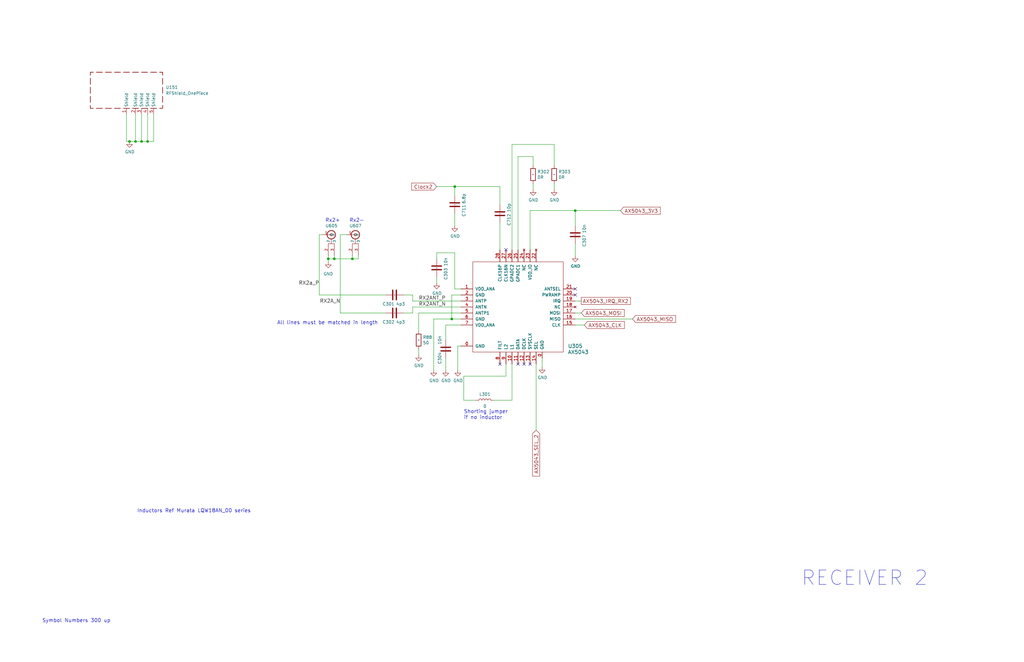
<source format=kicad_sch>
(kicad_sch (version 20230121) (generator eeschema)
  (paper "USLedger")
  (title_block (title "Radiation Tolerant PacSat Communication") (date "2023-06-17") (rev "A") (company "AMSAT-NA") (comment 1 "N5BRG"))
  (lib_symbols
    (symbol "Device:C" (pin_numbers hide) (pin_names (offset 0.254))
      (property "Reference" "C" (at 0.635 2.54 0))
      (property "Value" "C" (at 0.635 -2.54 0))
      (symbol "C_0_1"
        (polyline (pts (xy -2.032 -0.762) (xy 2.032 -0.762)) (stroke (width 0.508)))
        (polyline (pts (xy -2.032 0.762) (xy 2.032 0.762)) (stroke (width 0.508)))
      )
      (symbol "C_1_1"
        (pin passive line (at 0 3.81 270) (length 2.794) (name "~") (number "1"))
        (pin passive line (at 0 -3.81 90) (length 2.794) (name "~") (number "2"))
      )
    )
    (symbol "Device:L" (pin_numbers hide) (pin_names (offset 1.016) hide)
      (property "Reference" "L" (at -1.27 0 90))
      (property "Value" "L" (at 1.905 0 90))
      (symbol "L_0_1"
        (arc (start 0 -2.54) (mid 0.6323 -1.905) (end 0 -1.27))
        (arc (start 0 -1.27) (mid 0.6323 -0.635) (end 0 0))
        (arc (start 0 0) (mid 0.6323 0.635) (end 0 1.27))
        (arc (start 0 1.27) (mid 0.6323 1.905) (end 0 2.54))
      )
      (symbol "L_1_1"
        (pin passive line (at 0 3.81 270) (length 1.27) (name "1") (number "1"))
        (pin passive line (at 0 -3.81 90) (length 1.27) (name "2") (number "2"))
      )
    )
    (symbol "Device:R" (pin_numbers hide) (pin_names (offset 0))
      (property "Reference" "R" (at 2.032 0 90))
      (property "Value" "R" (at 0 0 90))
      (symbol "R_0_1"
        (rectangle (start -1.016 -2.54) (end 1.016 2.54) (stroke (width 0.254)))
      )
      (symbol "R_1_1"
        (pin passive line (at 0 3.81 270) (length 1.27) (name "~") (number "1"))
        (pin passive line (at 0 -3.81 90) (length 1.27) (name "~") (number "2"))
      )
    )
    (symbol "PACSAT_DEV_misc:AX5043" (pin_names (offset 1.016))
      (property "Reference" "U156" (at 16.51 -21.59 0))
      (property "Value" "AX5043" (at -5.08 0 0))
      (symbol "AX5043_0_1"
        (rectangle (start -19.05 19.05) (end 19.05 -19.05))
      )
      (symbol "AX5043_1_1"
        (pin passive line (at -24.13 -16.51 0) (length 5.08) (name "GND") (number "0"))
        (pin power_in line (at 10.16 -21.59 90) (length 2.54) (name "GND") (number "0"))
        (pin passive line (at -24.13 7.62 0) (length 5.08) (name "VDD_ANA") (number "1"))
        (pin passive line (at -2.54 -24.13 90) (length 5.08) (name "L1") (number "10"))
        (pin input line (at 0 -24.13 90) (length 5.08) (name "DATA") (number "11"))
        (pin input line (at 2.54 -24.13 90) (length 5.08) (name "DCLK") (number "12"))
        (pin output line (at 5.08 -24.13 90) (length 5.08) (name "SYSCLK") (number "13"))
        (pin input line (at 7.62 -24.13 90) (length 5.08) (name "SEL") (number "14"))
        (pin input line (at 24.13 -7.62 180) (length 5.08) (name "CLK") (number "15"))
        (pin tri_state line (at 24.13 -5.08 180) (length 5.08) (name "MISO") (number "16"))
        (pin input line (at 24.13 -2.54 180) (length 5.08) (name "MOSI") (number "17"))
        (pin no_connect line (at 24.13 0 180) (length 5.08) (name "NC") (number "18"))
        (pin output line (at 24.13 2.54 180) (length 5.08) (name "IRQ") (number "19"))
        (pin input line (at -24.13 5.08 0) (length 5.08) (name "GND") (number "2"))
        (pin output line (at 24.13 5.08 180) (length 5.08) (name "PWRAMP") (number "20"))
        (pin output line (at 24.13 7.62 180) (length 5.08) (name "ANTSEL") (number "21"))
        (pin no_connect line (at 7.62 24.13 270) (length 5.08) (name "NC") (number "22"))
        (pin passive line (at 5.08 24.13 270) (length 5.08) (name "VDD_IO") (number "23"))
        (pin no_connect line (at 2.54 24.13 270) (length 5.08) (name "NC") (number "24"))
        (pin input line (at 0 24.13 270) (length 5.08) (name "GPADC1") (number "25"))
        (pin input line (at -2.54 24.13 270) (length 5.08) (name "GPADC2") (number "26"))
        (pin passive line (at -5.08 24.13 270) (length 5.08) (name "CLK16N") (number "27"))
        (pin passive line (at -7.62 24.13 270) (length 5.08) (name "CLK16P") (number "28"))
        (pin bidirectional line (at -24.13 2.54 0) (length 5.08) (name "ANTP") (number "3"))
        (pin bidirectional line (at -24.13 0 0) (length 5.08) (name "ANTN") (number "4"))
        (pin output line (at -24.13 -2.54 0) (length 5.08) (name "ANTP1") (number "5"))
        (pin input line (at -24.13 -5.08 0) (length 5.08) (name "GND") (number "6"))
        (pin passive line (at -24.13 -7.62 0) (length 5.08) (name "VDD_ANA") (number "7"))
        (pin passive line (at -7.62 -24.13 90) (length 5.08) (name "FILT") (number "8"))
        (pin passive line (at -5.08 -24.13 90) (length 5.08) (name "L2") (number "9"))
      )
    )
    (symbol "PACSAT_DEV_misc:RF_SHIELD_BOX"
      (property "Reference" "U" (at -15.24 8.89 0))
      (symbol "RF_SHIELD_BOX_0_1"
        (polyline (pts (xy -16.51 -5.08) (xy -16.51 -2.54)) (stroke (width 0.254)))
        (polyline (pts (xy -16.51 -1.27) (xy -16.51 1.27)) (stroke (width 0.254)))
        (polyline (pts (xy -16.51 2.54) (xy -16.51 5.08)) (stroke (width 0.254)))
        (polyline (pts (xy -13.97 7.62) (xy -11.43 7.62)) (stroke (width 0.254)))
        (polyline (pts (xy -11.43 -7.62) (xy -13.97 -7.62)) (stroke (width 0.254)))
        (polyline (pts (xy -7.62 -7.62) (xy -10.16 -7.62)) (stroke (width 0.254)))
        (polyline (pts (xy -7.62 7.62) (xy -10.16 7.62)) (stroke (width 0.254)))
        (polyline (pts (xy -3.81 -7.62) (xy -6.35 -7.62)) (stroke (width 0.254)))
        (polyline (pts (xy -3.81 7.62) (xy -6.35 7.62)) (stroke (width 0.254)))
        (polyline (pts (xy -2.54 -7.62) (xy 0 -7.62)) (stroke (width 0.254)))
        (polyline (pts (xy 0 7.62) (xy -2.54 7.62)) (stroke (width 0.254)))
        (polyline (pts (xy 1.27 -7.62) (xy 3.81 -7.62)) (stroke (width 0.254)))
        (polyline (pts (xy 3.81 7.62) (xy 1.27 7.62)) (stroke (width 0.254)))
        (polyline (pts (xy 5.08 -7.62) (xy 7.62 -7.62)) (stroke (width 0.254)))
        (polyline (pts (xy 7.62 7.62) (xy 5.08 7.62)) (stroke (width 0.254)))
        (polyline (pts (xy 8.89 -7.62) (xy 11.43 -7.62)) (stroke (width 0.254)))
        (polyline (pts (xy 11.43 7.62) (xy 8.89 7.62)) (stroke (width 0.254)))
        (polyline (pts (xy 13.97 -5.08) (xy 13.97 -2.54)) (stroke (width 0.254)))
        (polyline (pts (xy 13.97 -1.27) (xy 13.97 1.27)) (stroke (width 0.254)))
        (polyline (pts (xy 13.97 2.54) (xy 13.97 5.08)) (stroke (width 0.254)))
        (polyline (pts (xy -16.51 6.35) (xy -16.51 7.62) (xy -15.24 7.62)) (stroke (width 0.254)))
        (polyline (pts (xy -15.24 -7.62) (xy -16.51 -7.62) (xy -16.51 -6.35)) (stroke (width 0.254)))
        (polyline (pts (xy 12.7 -7.62) (xy 13.97 -7.62) (xy 13.97 -6.35)) (stroke (width 0.254)))
        (polyline (pts (xy 13.97 6.35) (xy 13.97 7.62) (xy 12.7 7.62)) (stroke (width 0.254)))
      )
      (symbol "RF_SHIELD_BOX_1_1"
        (pin power_in line (at -1.27 -10.16 90) (length 2.54) (name "Shield") (number "1"))
        (pin power_in line (at 2.54 -10.16 90) (length 2.54) (name "Shield") (number "2"))
        (pin power_in line (at 5.08 -10.16 90) (length 2.54) (name "Shield") (number "3"))
        (pin power_in line (at 7.62 -10.16 90) (length 2.54) (name "Shield") (number "4"))
        (pin power_in line (at 10.16 -10.16 90) (length 2.54) (name "Shield") (number "5"))
      )
    )
    (symbol "PACSAT_DEV_misc:U_FL"
      (property "Reference" "U" (at -3.81 2.54 0))
      (symbol "U_FL_0_1"
        (polyline (pts (xy -1.27 -3.81) (xy 1.27 -3.81)))
        (polyline (pts (xy 0 -3.81) (xy 0 -1.778)))
        (circle (center 0 0) (radius 0.508) (stroke (width 0.2032)))
        (circle (center 0 0) (radius 1.778) (stroke (width 0.3048)))
      )
      (symbol "U_FL_1_1"
        (pin bidirectional line (at -3.81 0 0) (length 3.302) (name "In") (number "1"))
        (pin power_in line (at -1.27 -8.89 90) (length 5.08) (name "2") (number "2"))
        (pin power_in line (at 1.27 -8.89 90) (length 5.08) (name "3") (number "3"))
      )
    )
    (symbol "power:GND" (power) (pin_names (offset 0))
      (property "Value" "GND" (at 0 -3.81 0))
      (symbol "GND_0_1"
        (polyline (pts (xy 0 0) (xy 0 -1.27) (xy 1.27 -1.27) (xy 0 -2.54) (xy -1.27 -1.27) (xy 0 -1.27)))
      )
      (symbol "GND_1_1"
        (pin power_in line (at 0 0 270) (length 0) hide (name "GND") (number "1"))
      )
    )
  )
  (junction (at 140.97 109.22))
  (junction (at 57.15 59.69))
  (junction (at 190.5 134.62))
  (junction (at 148.59 109.22))
  (junction (at 138.43 109.22))
  (junction (at 59.69 59.69))
  (junction (at 62.23 59.69))
  (junction (at 191.77 78.74))
  (junction (at 54.61 59.69))
  (junction (at 242.57 88.9))
  (no_connect (at 220.98 153.67))
  (no_connect (at 210.82 153.67))
  (no_connect (at 213.36 105.41))
  (no_connect (at 242.57 121.92))
  (no_connect (at 223.52 153.67))
  (no_connect (at 218.44 153.67))
  (no_connect (at 242.57 124.46))
  (wire (pts (xy 218.44 66.04) (xy 224.79 66.04)))
  (wire (pts (xy 191.77 106.68) (xy 184.15 106.68)))
  (wire (pts (xy 190.5 134.62) (xy 194.31 134.62)))
  (wire (pts (xy 143.51 132.08) (xy 162.56 132.08)))
  (wire (pts (xy 242.57 88.9) (xy 261.62 88.9)))
  (wire (pts (xy 176.53 132.08) (xy 194.31 132.08)))
  (wire (pts (xy 233.68 60.96) (xy 233.68 69.85)))
  (wire (pts (xy 53.34 48.26) (xy 53.34 59.69)))
  (wire (pts (xy 191.77 78.74) (xy 191.77 82.55)))
  (wire (pts (xy 208.28 168.91) (xy 215.9 168.91)))
  (wire (pts (xy 138.43 109.22) (xy 140.97 109.22)))
  (wire (pts (xy 140.97 109.22) (xy 148.59 109.22)))
  (wire (pts (xy 191.77 121.92) (xy 191.77 106.68)))
  (wire (pts (xy 210.82 78.74) (xy 191.77 78.74)))
  (wire (pts (xy 140.97 107.95) (xy 140.97 109.22)))
  (wire (pts (xy 59.69 59.69) (xy 62.23 59.69)))
  (wire (pts (xy 213.36 158.75) (xy 195.58 158.75)))
  (wire (pts (xy 184.15 106.68) (xy 184.15 109.22)))
  (wire (pts (xy 242.57 95.25) (xy 242.57 88.9)))
  (wire (pts (xy 184.15 116.84) (xy 184.15 119.38)))
  (wire (pts (xy 173.99 132.08) (xy 173.99 129.54)))
  (wire (pts (xy 143.51 99.06) (xy 143.51 132.08)))
  (wire (pts (xy 57.15 59.69) (xy 59.69 59.69)))
  (wire (pts (xy 57.15 48.26) (xy 57.15 59.69)))
  (wire (pts (xy 218.44 66.04) (xy 218.44 105.41)))
  (wire (pts (xy 138.43 109.22) (xy 138.43 110.49)))
  (wire (pts (xy 182.88 134.62) (xy 190.5 134.62)))
  (wire (pts (xy 215.9 153.67) (xy 215.9 168.91)))
  (wire (pts (xy 62.23 59.69) (xy 64.77 59.69)))
  (wire (pts (xy 193.04 146.05) (xy 193.04 156.21)))
  (wire (pts (xy 195.58 158.75) (xy 195.58 168.91)))
  (wire (pts (xy 194.31 124.46) (xy 190.5 124.46)))
  (wire (pts (xy 223.52 88.9) (xy 242.57 88.9)))
  (wire (pts (xy 233.68 77.47) (xy 233.68 80.01)))
  (wire (pts (xy 242.57 127) (xy 245.11 127)))
  (wire (pts (xy 135.89 99.06) (xy 134.62 99.06)))
  (wire (pts (xy 242.57 132.08) (xy 245.11 132.08)))
  (wire (pts (xy 226.06 153.67) (xy 226.06 181.61)))
  (wire (pts (xy 224.79 77.47) (xy 224.79 80.01)))
  (wire (pts (xy 173.99 127) (xy 194.31 127)))
  (wire (pts (xy 210.82 78.74) (xy 210.82 86.36)))
  (wire (pts (xy 134.62 99.06) (xy 134.62 124.46)))
  (wire (pts (xy 242.57 102.87) (xy 242.57 107.95)))
  (wire (pts (xy 54.61 59.69) (xy 57.15 59.69)))
  (wire (pts (xy 187.96 137.16) (xy 187.96 143.51)))
  (wire (pts (xy 148.59 107.95) (xy 148.59 109.22)))
  (wire (pts (xy 194.31 146.05) (xy 193.04 146.05)))
  (wire (pts (xy 215.9 60.96) (xy 233.68 60.96)))
  (wire (pts (xy 223.52 105.41) (xy 223.52 88.9)))
  (wire (pts (xy 62.23 48.26) (xy 62.23 59.69)))
  (wire (pts (xy 194.31 121.92) (xy 191.77 121.92)))
  (wire (pts (xy 138.43 107.95) (xy 138.43 109.22)))
  (wire (pts (xy 170.18 132.08) (xy 173.99 132.08)))
  (wire (pts (xy 170.18 124.46) (xy 173.99 124.46)))
  (wire (pts (xy 146.05 99.06) (xy 143.51 99.06)))
  (wire (pts (xy 182.88 156.21) (xy 182.88 134.62)))
  (wire (pts (xy 195.58 168.91) (xy 200.66 168.91)))
  (wire (pts (xy 173.99 124.46) (xy 173.99 127)))
  (wire (pts (xy 148.59 109.22) (xy 151.13 109.22)))
  (wire (pts (xy 134.62 124.46) (xy 162.56 124.46)))
  (wire (pts (xy 242.57 137.16) (xy 246.38 137.16)))
  (wire (pts (xy 242.57 134.62) (xy 266.7 134.62)))
  (wire (pts (xy 151.13 107.95) (xy 151.13 109.22)))
  (wire (pts (xy 228.6 151.13) (xy 228.6 154.94)))
  (wire (pts (xy 59.69 48.26) (xy 59.69 59.69)))
  (wire (pts (xy 215.9 60.96) (xy 215.9 105.41)))
  (wire (pts (xy 210.82 93.98) (xy 210.82 105.41)))
  (wire (pts (xy 176.53 132.08) (xy 176.53 139.7)))
  (wire (pts (xy 64.77 48.26) (xy 64.77 59.69)))
  (wire (pts (xy 173.99 129.54) (xy 194.31 129.54)))
  (wire (pts (xy 194.31 137.16) (xy 187.96 137.16)))
  (wire (pts (xy 53.34 59.69) (xy 54.61 59.69)))
  (wire (pts (xy 187.96 151.13) (xy 187.96 156.21)))
  (wire (pts (xy 190.5 124.46) (xy 190.5 134.62)))
  (wire (pts (xy 191.77 90.17) (xy 191.77 95.25)))
  (wire (pts (xy 184.15 78.74) (xy 191.77 78.74)))
  (wire (pts (xy 213.36 153.67) (xy 213.36 158.75)))
  (wire (pts (xy 224.79 66.04) (xy 224.79 69.85)))
  (wire (pts (xy 176.53 147.32) (xy 176.53 149.86)))
  (text "Inductors Ref Murata LQW18AN_00 series" (at 57.785 216.535 0) (effects (font (size 1.524 1.524)) (justify left bottom)))
  (text "Rx2-" (at 147.32 93.98 0) (effects (font (size 1.524 1.524)) (justify left bottom)))
  (text "All lines must be matched in length" (at 116.84 137.16 0) (effects (font (size 1.524 1.524)) (justify left bottom)))
  (text "Rx2+" (at 137.16 93.98 0) (effects (font (size 1.524 1.524)) (justify left bottom)))
  (text "Symbol Numbers 300 up" (at 17.78 262.89 0) (effects (font (size 1.524 1.524)) (justify left bottom)))
  (text "Shorting jumper\nif no inductor" (at 195.58 177.165 0) (effects (font (size 1.524 1.524)) (justify left bottom)))
  (text "RECEIVER 2" (at 337.82 247.65 0) (effects (font (size 6.096 6.096)) (justify left bottom)))
  (label "RX2ANT_P" (at 176.53 127 0) (effects (font (size 1.524 1.524))))
  (label "RX2A_N" (at 143.51 128.27 180) (effects (font (size 1.524 1.524))))
  (label "RX2a_P" (at 134.62 120.65 180) (effects (font (size 1.524 1.524))))
  (label "RX2ANT_N" (at 176.53 129.54 0) (effects (font (size 1.524 1.524))))
  (global_label "AX5043_MISO" (shape input) (at 266.7 134.62 0) (effects (font (size 1.524 1.524))) (property "Intersheetrefs" "${INTERSHEET_REFS}" (effects hide)))
  (global_label "Clock2" (shape input) (at 184.15 78.74 180) (effects (font (size 1.524 1.524))) (property "Intersheetrefs" "${INTERSHEET_REFS}" (effects hide)))
  (global_label "AX5043_SEL_2" (shape input) (at 226.06 181.61 270) (effects (font (size 1.524 1.524))) (property "Intersheetrefs" "${INTERSHEET_REFS}" (effects hide)))
  (global_label "AX5043_3V3" (shape input) (at 261.62 88.9 0) (effects (font (size 1.524 1.524))) (property "Intersheetrefs" "${INTERSHEET_REFS}" (effects hide)))
  (global_label "AX5043_IRQ_RX2" (shape passive) (at 245.11 127 0) (effects (font (size 1.524 1.524))) (property "Intersheetrefs" "${INTERSHEET_REFS}" (effects hide)))
  (global_label "AX5043_CLK" (shape input) (at 246.38 137.16 0) (effects (font (size 1.524 1.524))) (property "Intersheetrefs" "${INTERSHEET_REFS}" (effects hide)))
  (global_label "AX5043_MOSI" (shape input) (at 245.11 132.08 0) (effects (font (size 1.524 1.524))) (property "Intersheetrefs" "${INTERSHEET_REFS}" (effects hide)))
  (symbol (lib_id "Device:C") (at 210.82 90.17 0) (unit 1)
    (property "Reference" "C712" (at 214.63 92.71 90))
    (property "Value" "10p" (at 214.63 87.63 90))
    (property "Footprint" "Capacitor_SMD:C_0603_1608Metric_Pad1.08x0.95mm_HandSolder" (effects hide))
    (property "Datasheet" "~" (at 210.82 90.17 0))
    (instances (project "PacSat_Dev_RevC_230904" (path "" (reference "C712") (unit 1)) (path "" (reference "C306") (unit 1))))
  )
  (symbol (lib_id "power:GND") (at 228.6 154.94 0) (unit 1)
    (property "Reference" "#PWR0191" (effects hide))
    (property "Value" "GND" (at 228.727 159.3342 0))
    (instances (project "PacSat_Dev_RevC_230904" (path "" (reference "#PWR0191") (unit 1)) (path "" (reference "#PWR0310") (unit 1))))
  )
  (symbol (lib_id "Device:R") (at 233.68 73.66 0) (unit 1)
    (property "Reference" "R303" (at 235.458 72.4916 0) (effects (justify left)))
    (property "Value" "0R" (at 235.458 74.803 0) (effects (justify left)))
    (property "Footprint" "Resistor_SMD:R_0603_1608Metric_Pad0.98x0.95mm_HandSolder" (effects hide))
    (property "Datasheet" "~" (at 233.68 73.66 0))
  )
  (symbol (lib_id "power:GND") (at 182.88 156.21 0) (unit 1)
    (property "Reference" "#PWR0304" (effects hide))
    (property "Value" "GND" (at 183.007 160.6042 0))
  )
  (symbol (lib_id "PACSAT_DEV_misc:RF_SHIELD_BOX") (at 54.61 38.1 0) (unit 1)
    (property "Reference" "U151" (at 69.85 36.83 0) (effects (justify left)))
    (property "Value" "RFShield_OnePiece" (at 69.85 39.37 0) (effects (justify left)))
    (property "Footprint" "PacSatDev_misc:RF_SHIELD_BMI_S_201_F_U301" (effects hide))
    (instances (project "PacSat_Dev_RevC_230904" (path "" (reference "U151") (unit 1)) (path "" (reference "U301") (unit 1))))
  )
  (symbol (lib_id "power:GND") (at 54.61 59.69 0) (unit 1)
    (property "Reference" "#PWR0161" (effects hide))
    (property "Value" "GND" (at 54.737 64.0842 0))
    (instances (project "PacSat_Dev_RevC_230904" (path "" (reference "#PWR0161") (unit 1)) (path "" (reference "#PWR0618") (unit 1))))
  )
  (symbol (lib_id "Device:C") (at 191.77 86.36 0) (unit 1)
    (property "Reference" "C711" (at 195.58 88.9 90))
    (property "Value" "6.8p" (at 195.58 83.82 90))
    (property "Footprint" "Capacitor_SMD:C_0603_1608Metric_Pad1.08x0.95mm_HandSolder" (effects hide))
    (property "Datasheet" "~" (at 191.77 86.36 0))
    (instances (project "PacSat_Dev_RevC_230904" (path "" (reference "C711") (unit 1)) (path "" (reference "C305") (unit 1))))
  )
  (symbol (lib_id "Device:C") (at 184.15 113.03 0) (unit 1)
    (property "Reference" "C303" (at 187.96 115.57 90))
    (property "Value" "10n" (at 187.96 110.49 90))
    (property "Footprint" "Capacitor_SMD:C_0603_1608Metric_Pad1.08x0.95mm_HandSolder" (effects hide))
    (property "Datasheet" "~" (at 184.15 113.03 0))
  )
  (symbol (lib_id "Device:C") (at 187.96 147.32 0) (unit 1)
    (property "Reference" "C304" (at 185.42 151.13 90))
    (property "Value" "10n" (at 185.42 143.51 90))
    (property "Footprint" "Capacitor_SMD:C_0603_1608Metric_Pad1.08x0.95mm_HandSolder" (effects hide))
    (property "Datasheet" "~" (at 187.96 147.32 0))
  )
  (symbol (lib_id "Device:C") (at 242.57 99.06 0) (unit 1)
    (property "Reference" "C307" (at 246.38 101.6 90))
    (property "Value" "10n" (at 246.38 96.52 90))
    (property "Footprint" "Capacitor_SMD:C_0603_1608Metric_Pad1.08x0.95mm_HandSolder" (effects hide))
    (property "Datasheet" "~" (at 242.57 99.06 0))
  )
  (symbol (lib_id "PACSAT_DEV_misc:U_FL") (at 149.86 99.06 0) (unit 1)
    (property "Reference" "U607" (at 147.32 95.25 0) (effects (justify left)))
    (property "Value" "~" (at 149.86 99.06 0))
    (property "Footprint" "PacSatDev_misc:U_FL" (effects hide))
    (instances (project "PacSat_Dev_RevC_230904" (path "" (reference "U607") (unit 1)) (path "" (reference "U306") (unit 1))))
  )
  (symbol (lib_id "power:GND") (at 224.79 80.01 0) (unit 1)
    (property "Reference" "#PWR0309" (effects hide))
    (property "Value" "GND" (at 224.917 84.4042 0))
  )
  (symbol (lib_id "power:GND") (at 193.04 156.21 0) (unit 1)
    (property "Reference" "#PWR0308" (effects hide))
    (property "Value" "GND" (at 193.167 160.6042 0))
  )
  (symbol (lib_id "power:GND") (at 191.77 95.25 0) (unit 1)
    (property "Reference" "#PWR0735" (effects hide))
    (property "Value" "GND" (at 191.897 99.6442 0))
    (instances (project "PacSat_Dev_RevC_230904" (path "" (reference "#PWR0735") (unit 1)) (path "" (reference "#PWR0307") (unit 1))))
  )
  (symbol (lib_id "power:GND") (at 242.57 107.95 0) (unit 1)
    (property "Reference" "#PWR0312" (effects hide))
    (property "Value" "GND" (at 242.697 112.3442 0))
  )
  (symbol (lib_id "Device:C") (at 166.37 124.46 270) (unit 1)
    (property "Reference" "C301" (at 163.83 128.27 90))
    (property "Value" "4p3" (at 168.91 128.27 90))
    (property "Footprint" "Capacitor_SMD:C_0603_1608Metric_Pad1.08x0.95mm_HandSolder" (effects hide))
    (property "Datasheet" "~" (at 166.37 124.46 0))
  )
  (symbol (lib_id "PACSAT_DEV_misc:AX5043") (at 218.44 129.54 0) (unit 1)
    (property "Reference" "U305" (at 242.57 146.05 0) (effects (font (size 1.524 1.524))))
    (property "Value" "AX5043" (at 243.84 148.59 0) (effects (font (size 1.524 1.524))))
    (property "Footprint" "PacSatDev_onsemi:QFN28" (effects hide))
  )
  (symbol (lib_id "power:GND") (at 233.68 80.01 0) (unit 1)
    (property "Reference" "#PWR0311" (effects hide))
    (property "Value" "GND" (at 233.807 84.4042 0))
  )
  (symbol (lib_id "PACSAT_DEV_misc:U_FL") (at 139.7 99.06 0) (unit 1)
    (property "Reference" "U605" (at 137.16 95.25 0) (effects (justify left)))
    (property "Value" "~" (at 139.7 99.06 0))
    (property "Footprint" "PacSatDev_misc:U_FL" (effects hide))
    (instances (project "PacSat_Dev_RevC_230904" (path "" (reference "U605") (unit 1)) (path "" (reference "U307") (unit 1))))
  )
  (symbol (lib_id "Device:C") (at 166.37 132.08 270) (unit 1)
    (property "Reference" "C302" (at 163.83 135.89 90))
    (property "Value" "4p3" (at 168.91 135.89 90))
    (property "Footprint" "Capacitor_SMD:C_0603_1608Metric_Pad1.08x0.95mm_HandSolder" (effects hide))
    (property "Datasheet" "~" (at 166.37 132.08 0))
  )
  (symbol (lib_id "power:GND") (at 176.53 149.86 0) (unit 1)
    (property "Reference" "#PWR0191" (effects hide))
    (property "Value" "GND" (at 176.657 154.2542 0))
    (instances (project "PacSat_Dev_RevC_230904" (path "" (reference "#PWR0191") (unit 1)) (path "" (reference "#PWR0303") (unit 1))))
  )
  (symbol (lib_id "power:GND") (at 184.15 119.38 0) (unit 1)
    (property "Reference" "#PWR0305" (effects hide))
    (property "Value" "GND" (at 184.277 123.7742 0))
  )
  (symbol (lib_id "power:GND") (at 138.43 110.49 0) (unit 1)
    (property "Reference" "#PWR0614" (effects hide))
    (property "Value" "GND" (at 138.43 115.57 0))
    (instances (project "PacSat_Dev_RevC_230904" (path "" (reference "#PWR0614") (unit 1)) (path "" (reference "#PWR0302") (unit 1))))
  )
  (symbol (lib_id "Device:R") (at 176.53 143.51 0) (unit 1)
    (property "Reference" "R88" (at 178.308 142.3416 0) (effects (justify left)))
    (property "Value" "50" (at 178.308 144.653 0) (effects (justify left)))
    (property "Footprint" "Resistor_SMD:R_0603_1608Metric_Pad0.98x0.95mm_HandSolder" (effects hide))
    (property "Datasheet" "~" (at 176.53 143.51 0))
    (instances (project "PacSat_Dev_RevC_230904" (path "" (reference "R88") (unit 1)) (path "" (reference "R301") (unit 1))))
  )
  (symbol (lib_id "Device:R") (at 224.79 73.66 0) (unit 1)
    (property "Reference" "R302" (at 226.568 72.4916 0) (effects (justify left)))
    (property "Value" "0R" (at 226.568 74.803 0) (effects (justify left)))
    (property "Footprint" "Resistor_SMD:R_0603_1608Metric_Pad0.98x0.95mm_HandSolder" (effects hide))
    (property "Datasheet" "~" (at 224.79 73.66 0))
  )
  (symbol (lib_id "power:GND") (at 187.96 156.21 0) (unit 1)
    (property "Reference" "#PWR0306" (effects hide))
    (property "Value" "GND" (at 188.087 160.6042 0))
  )
  (symbol (lib_id "Device:L") (at 204.47 168.91 90) (unit 1)
    (property "Reference" "L301" (at 204.47 166.37 90))
    (property "Value" "0" (at 204.47 171.45 90))
    (property "Footprint" "PacSatDev_misc:L_Murata_LQH2MCNxxxx02_2.0x1.6mm" (effects hide))
  )
)
</source>
